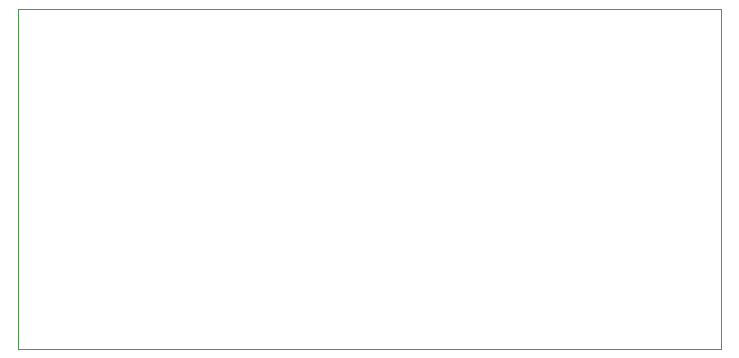
<source format=gm1>
G04 #@! TF.GenerationSoftware,KiCad,Pcbnew,(5.1.9)-1*
G04 #@! TF.CreationDate,2021-04-10T17:31:22+02:00*
G04 #@! TF.ProjectId,StralingslocatiePCB,53747261-6c69-46e6-9773-6c6f63617469,rev?*
G04 #@! TF.SameCoordinates,Original*
G04 #@! TF.FileFunction,Profile,NP*
%FSLAX46Y46*%
G04 Gerber Fmt 4.6, Leading zero omitted, Abs format (unit mm)*
G04 Created by KiCad (PCBNEW (5.1.9)-1) date 2021-04-10 17:31:22*
%MOMM*%
%LPD*%
G01*
G04 APERTURE LIST*
G04 #@! TA.AperFunction,Profile*
%ADD10C,0.100000*%
G04 #@! TD*
G04 APERTURE END LIST*
D10*
X175000000Y-39750000D02*
X175000000Y-68500000D01*
X115500000Y-39750000D02*
X175000000Y-39750000D01*
X115500000Y-68500000D02*
X115500000Y-39750000D01*
X175000000Y-68500000D02*
X115500000Y-68500000D01*
M02*

</source>
